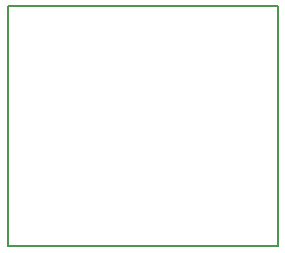
<source format=gbr>
%FSLAX35Y35*%
%MOIN*%
G04 EasyPC Gerber Version 18.0.9 Build 3640 *
%ADD11C,0.00500*%
X0Y0D02*
D02*
D11*
X250Y250D02*
X90250D01*
Y80250*
X250*
Y250*
X0Y0D02*
M02*

</source>
